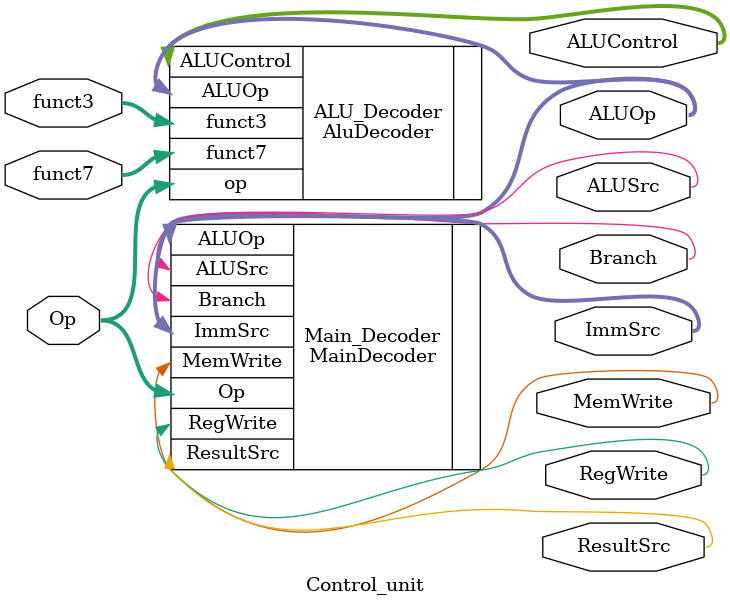
<source format=v>
module Control_unit(

    input [6:0]Op,funct7,
    input [2:0]funct3,
    output RegWrite,ALUSrc,MemWrite,ResultSrc,Branch,
    output [1:0]ImmSrc,
    output [2:0]ALUControl,

    output [1:0]ALUOp);

    MainDecoder Main_Decoder(
                .Op(Op),
                .RegWrite(RegWrite),
                .ImmSrc(ImmSrc),
                .MemWrite(MemWrite),
                .ResultSrc(ResultSrc),
                .Branch(Branch),
                .ALUSrc(ALUSrc),
                .ALUOp(ALUOp)
    );

    AluDecoder ALU_Decoder(
                            .ALUOp(ALUOp),
                            .funct3(funct3),
                            .funct7(funct7),
                            .op(Op),
                            .ALUControl(ALUControl)
    );


endmodule
</source>
